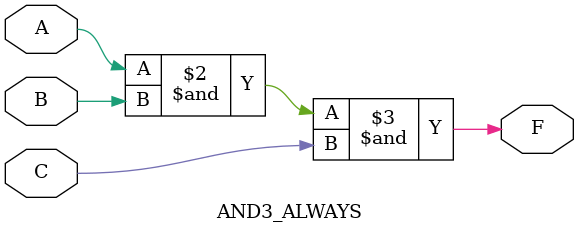
<source format=sv>
module AND3_ALWAYS (
    output reg F,
    input wire A, B, C
);

    always @ (A, B, C) begin
        F = A & B & C;
    end

endmodule

</source>
